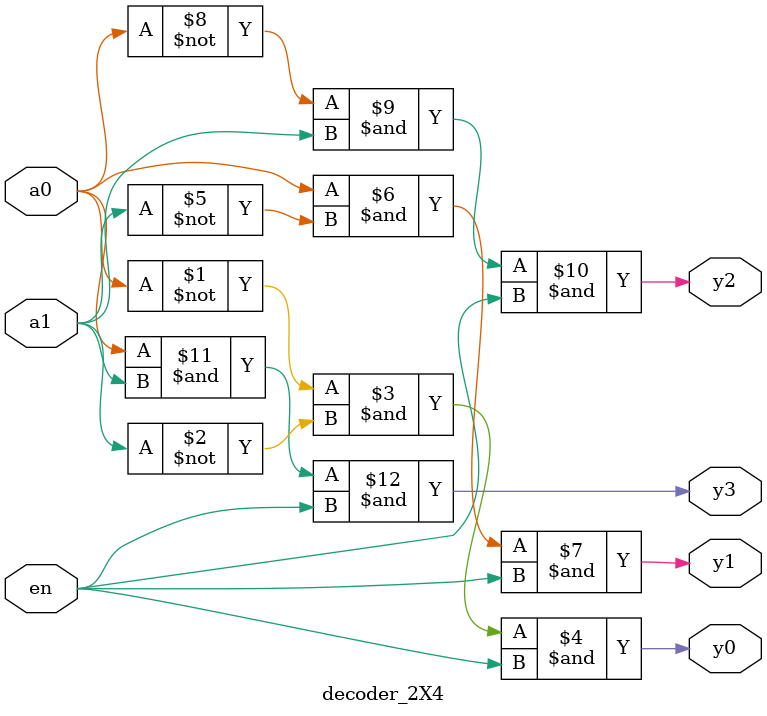
<source format=v>
module decoder_2X4(input  a0,a1,en,
         	       output y0,y1,y2,y3);
assign y0 = (~a0 & ~a1) & en;
assign y1 = (a0 & ~a1) & en;
assign y2 = (~a0 & a1) & en;
assign y3 = (a0 & a1) & en;

endmodule


</source>
